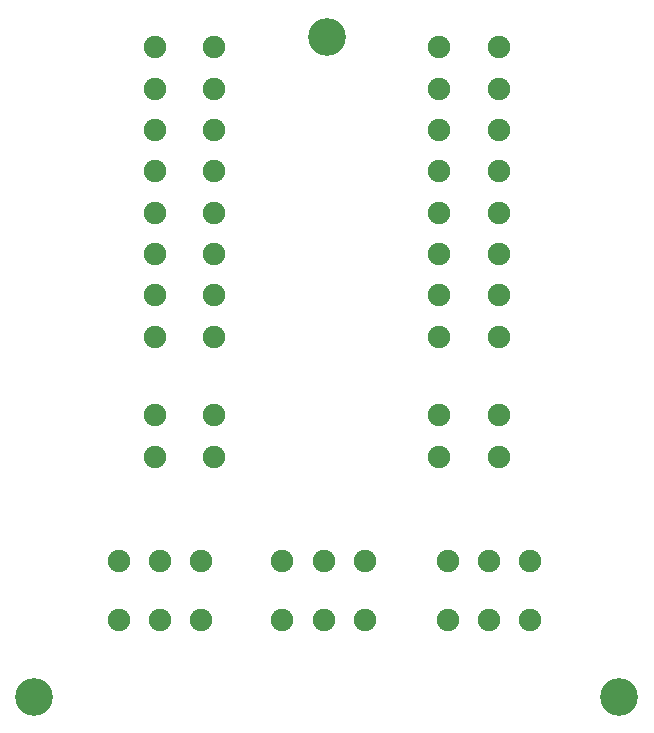
<source format=gbs>
G04 #@! TF.GenerationSoftware,KiCad,Pcbnew,9.0.0*
G04 #@! TF.CreationDate,2025-02-28T23:24:18-08:00*
G04 #@! TF.ProjectId,Constellation STAR UAF V1.1,436f6e73-7465-46c6-9c61-74696f6e2053,rev?*
G04 #@! TF.SameCoordinates,Original*
G04 #@! TF.FileFunction,Soldermask,Bot*
G04 #@! TF.FilePolarity,Negative*
%FSLAX46Y46*%
G04 Gerber Fmt 4.6, Leading zero omitted, Abs format (unit mm)*
G04 Created by KiCad (PCBNEW 9.0.0) date 2025-02-28 23:24:18*
%MOMM*%
%LPD*%
G01*
G04 APERTURE LIST*
%ADD10C,3.200000*%
%ADD11C,1.900000*%
G04 APERTURE END LIST*
D10*
X78740000Y-85090000D03*
D11*
X63500000Y-54610000D03*
X68500000Y-54610000D03*
X63500000Y-51110000D03*
X68499999Y-51109999D03*
X63500000Y-47609998D03*
X68500000Y-47609998D03*
X63500000Y-44109997D03*
X68500000Y-44109997D03*
X63500000Y-40609997D03*
X68500000Y-40609997D03*
X63500000Y-37109997D03*
X68500000Y-37109997D03*
X63500000Y-33609996D03*
X68500000Y-33609996D03*
X63500000Y-30109995D03*
X68500000Y-30109995D03*
X64195000Y-73580000D03*
X64195000Y-78580000D03*
X67695000Y-73580000D03*
X67695000Y-78580000D03*
X71195001Y-73580000D03*
X71195001Y-78580000D03*
D10*
X29210000Y-85090000D03*
D11*
X36350000Y-73580000D03*
X36350000Y-78580000D03*
X39850000Y-73580000D03*
X39850000Y-78580000D03*
X43350001Y-73580000D03*
X43350001Y-78580000D03*
X44450000Y-61270000D03*
X39450000Y-61270000D03*
X44450000Y-64770000D03*
X39450000Y-64770000D03*
X63500000Y-64770000D03*
X68500000Y-64770000D03*
X63500000Y-61270000D03*
X68500000Y-61270000D03*
X50190000Y-73580000D03*
X50190000Y-78580000D03*
X53690000Y-73580000D03*
X53690000Y-78580000D03*
X57190001Y-73580000D03*
X57190001Y-78580000D03*
D10*
X53975000Y-29210000D03*
D11*
X44450000Y-30109995D03*
X39450000Y-30109995D03*
X44450000Y-33609995D03*
X39450001Y-33609996D03*
X44450000Y-37109997D03*
X39450000Y-37109997D03*
X44450000Y-40609998D03*
X39450000Y-40609998D03*
X44450000Y-44109998D03*
X39450000Y-44109998D03*
X44450000Y-47609998D03*
X39450000Y-47609998D03*
X44450000Y-51109999D03*
X39450000Y-51109999D03*
X44450000Y-54610000D03*
X39450000Y-54610000D03*
M02*

</source>
